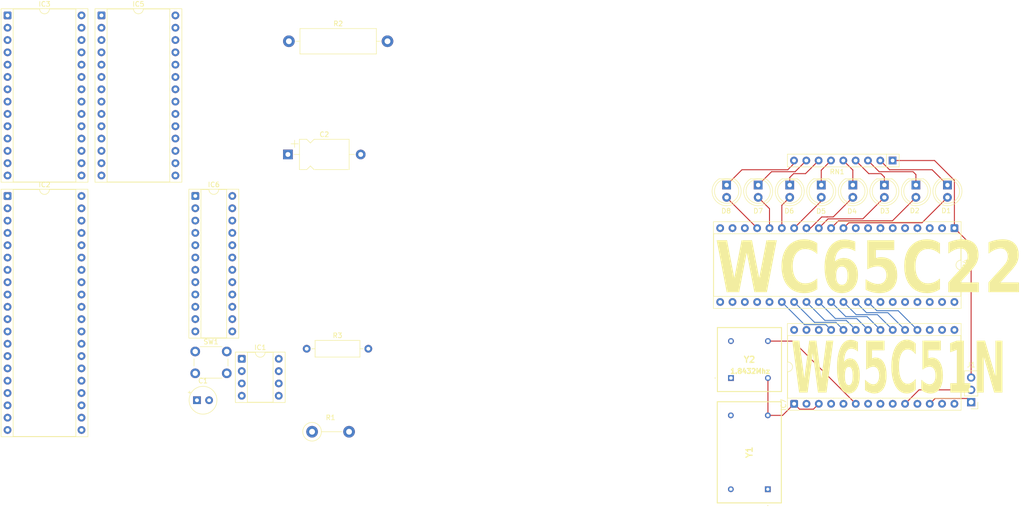
<source format=kicad_pcb>
(kicad_pcb (version 20241229) (generator "pcbnew") (generator_version "9.0")
  (layers (0 "F.Cu" signal) (2 "B.Cu" signal) (13 "F.Paste" user) (15 "B.Paste" user) (5 "F.SilkS" user "F.Silkscreen") (7 "B.SilkS" user "B.Silkscreen") (1 "F.Mask" user) (3 "B.Mask" user) (25 "Edge.Cuts" user))
  (net 0 "")
  (net 1 "GND")
  (net 2 "+9V")
  (net 3 "+5V")
  (net 4 "Net-(C2-Pad2)")
  (net 5 "Net-(D1-K)")
  (net 6 "/PB0")
  (net 7 "Net-(D2-K)")
  (net 8 "/PB1")
  (net 9 "/PB2")
  (net 10 "Net-(D3-K)")
  (net 11 "Net-(D4-K)")
  (net 12 "/PB3")
  (net 13 "/PB4")
  (net 14 "Net-(D5-K)")
  (net 15 "/PB5")
  (net 16 "Net-(D6-K)")
  (net 17 "/PB6")
  (net 18 "Net-(D7-K)")
  (net 19 "Net-(D8-K)")
  (net 20 "/PB7")
  (net 21 "Net-(IC1-PG)")
  (net 22 "/D2")
  (net 23 "/D5")
  (net 27 "/D1")
  (net 28 "/D0")
  (net 29 "/A15")
  (net 30 "/RW")
  (net 31 "/D4")
  (net 32 "/A13")
  (net 34 "/RST")
  (net 35 "/A12")
  (net 36 "/A8")
  (net 37 "/A3")
  (net 38 "/A6")
  (net 39 "/D6")
  (net 40 "/A1")
  (net 41 "/A11")
  (net 42 "/INTERRUPT")
  (net 44 "/A10")
  (net 45 "/D3")
  (net 46 "/A0")
  (net 47 "/CLK")
  (net 48 "/A4")
  (net 49 "/A5")
  (net 50 "/A9")
  (net 51 "/A7")
  (net 52 "/D7")
  (net 53 "/A14")
  (net 54 "/A2")
  (net 56 "/ROM_CS")
  (net 65 "/VIA_CS")
  (net 71 "/RAM_CS")
  (net 72 "/RAM_OE")
  (net 73 "/ACIA_CS")
  (net 78 "/UART_RxD")
  (net 79 "Net-(IC7-XTLI)")
  (net 81 "/UART_TxD")
  (footprint "Resistor_THT:R_Array_SIP9" (layer "F.Cu") (at 90.61034 42.06 180)
    (property "Reference" "RN1" (at 11.43 -2.31 0) (layer "F.SilkS"))
    (property "Value" "220, bussed")
    (pad "1" thru_hole rect (at 0 0 180) (size 1.6 1.6) (drill 0.8) (layers "*.Cu" "*.Mask") (net 1 "GND"))
    (pad "2" thru_hole circle (at 2.54 0 180) (size 1.6 1.6) (drill 0.8) (layers "*.Cu" "*.Mask") (net 5 "Net-(D1-K)"))
    (pad "3" thru_hole circle (at 5.08 0 180) (size 1.6 1.6) (drill 0.8) (layers "*.Cu" "*.Mask") (net 7 "Net-(D2-K)"))
    (pad "4" thru_hole circle (at 7.62 0 180) (size 1.6 1.6) (drill 0.8) (layers "*.Cu" "*.Mask") (net 10 "Net-(D3-K)"))
    (pad "5" thru_hole circle (at 10.16 0 180) (size 1.6 1.6) (drill 0.8) (layers "*.Cu" "*.Mask") (net 11 "Net-(D4-K)"))
    (pad "6" thru_hole circle (at 12.7 0 180) (size 1.6 1.6) (drill 0.8) (layers "*.Cu" "*.Mask") (net 14 "Net-(D5-K)"))
    (pad "7" thru_hole circle (at 15.24 0 180) (size 1.6 1.6) (drill 0.8) (layers "*.Cu" "*.Mask") (net 16 "Net-(D6-K)"))
    (pad "8" thru_hole circle (at 17.78 0 180) (size 1.6 1.6) (drill 0.8) (layers "*.Cu" "*.Mask") (net 18 "Net-(D7-K)"))
    (pad "9" thru_hole circle (at 20.32 0 180) (size 1.6 1.6) (drill 0.8) (layers "*.Cu" "*.Mask") (net 19 "Net-(D8-K)"))
  )
  (footprint "Resistor_THT:R_Axial_DIN0516_L15.5mm_D5.0mm_P20.32mm_Horizontal" (layer "F.Cu") (at -33.79 17.46)
    (property "Reference" "R2" (at 10.16 -3.62 0) (layer "F.SilkS"))
    (property "Value" "1")
    (pad "1" thru_hole circle (at 0 0) (size 2.4 2.4) (drill 1.2) (layers "*.Cu" "*.Mask") (net 4 "Net-(C2-Pad2)"))
    (pad "2" thru_hole oval (at 20.32 0) (size 2.4 2.4) (drill 1.2) (layers "*.Cu" "*.Mask") (net 1 "GND"))
  )
  (footprint "Connector_PinHeader_2.54mm:PinHeader_1x03_P2.54mm_Vertical" (layer "F.Cu") (at 106.79 91.9 180)
    (property "Reference" "J1" (at 0 7.7 0) (layer "F.SilkS"))
    (property "Value" "Conn_01x03_Pin")
    (pad "1" thru_hole rect (at 0 0 180) (size 1.7 1.7) (drill 1) (layers "*.Cu" "*.Mask") (net 78 "/UART_RxD"))
    (pad "2" thru_hole circle (at 0 2.54 180) (size 1.7 1.7) (drill 1) (layers "*.Cu" "*.Mask") (net 81 "/UART_TxD"))
    (pad "3" thru_hole circle (at 0 5.08 180) (size 1.7 1.7) (drill 1) (layers "*.Cu" "*.Mask") (net 1 "GND"))
  )
  (footprint "Capacitor_THT:CP_Axial_L10.0mm_D6.0mm_P15.00mm_Horizontal" (layer "F.Cu") (at -33.99 40.81)
    (property "Reference" "C2" (at 7.5 -4.12 0) (layer "F.SilkS"))
    (property "Value" "10uF")
    (pad "1" thru_hole rect (at 0 0) (size 2 2) (drill 1) (layers "*.Cu" "*.Mask") (net 3 "+5V"))
    (pad "2" thru_hole circle (at 15 0) (size 2 2) (drill 1) (layers "*.Cu" "*.Mask") (net 4 "Net-(C2-Pad2)"))
  )
  (footprint "LED_THT:LED_D5.0mm" (layer "F.Cu") (at 69.41034 47.12 -90)
    (property "Reference" "D6" (at 5.34 0.1 0) (layer "F.SilkS"))
    (property "Value" "RED")
    (pad "1" thru_hole rect (at 0 0 270) (size 1.8 1.8) (drill 0.9) (layers "*.Cu" "*.Mask") (net 16 "Net-(D6-K)"))
    (pad "2" thru_hole circle (at 2.54 0 270) (size 1.8 1.8) (drill 0.9) (layers "*.Cu" "*.Mask") (net 15 "/PB5"))
  )
  (footprint "LED_THT:LED_D5.0mm" (layer "F.Cu") (at 101.91034 47.12 -90)
    (property "Reference" "D1" (at 5.29 0.25 0) (layer "F.SilkS"))
    (property "Value" "RED")
    (pad "1" thru_hole rect (at 0 0 270) (size 1.8 1.8) (drill 0.9) (layers "*.Cu" "*.Mask") (net 5 "Net-(D1-K)"))
    (pad "2" thru_hole circle (at 2.54 0 270) (size 1.8 1.8) (drill 0.9) (layers "*.Cu" "*.Mask") (net 6 "/PB0"))
  )
  (footprint "Package_DIP:DIP-28_W15.24mm_Socket" (layer "F.Cu") (at 70.32 92.24 90)
    (property "Reference" "IC7" (at -0.21 -2.18 90) (layer "F.SilkS"))
    (property "Value" "~")
    (pad "1" thru_hole roundrect (at 0 0 90) (size 1.6 1.6) (drill 0.8) (layers "*.Cu" "*.Mask") (roundrect_rratio 0.15625) (net 1 "GND"))
    (pad "2" thru_hole circle (at 0 2.54 90) (size 1.6 1.6) (drill 0.8) (layers "*.Cu" "*.Mask") (net 73 "/ACIA_CS"))
    (pad "3" thru_hole circle (at 0 5.08 90) (size 1.6 1.6) (drill 0.8) (layers "*.Cu" "*.Mask") (net 1 "GND"))
    (pad "4" thru_hole circle (at 0 7.62 90) (size 1.6 1.6) (drill 0.8) (layers "*.Cu" "*.Mask") (net 34 "/RST"))
    (pad "5" thru_hole circle (at 0 10.16 90) (size 1.6 1.6) (drill 0.8) (layers "*.Cu" "*.Mask"))
    (pad "6" thru_hole circle (at 0 12.7 90) (size 1.6 1.6) (drill 0.8) (layers "*.Cu" "*.Mask") (net 79 "Net-(IC7-XTLI)"))
    (pad "7" thru_hole circle (at 0 15.24 90) (size 1.6 1.6) (drill 0.8) (layers "*.Cu" "*.Mask"))
    (pad "8" thru_hole circle (at 0 17.78 90) (size 1.6 1.6) (drill 0.8) (layers "*.Cu" "*.Mask"))
    (pad "9" thru_hole circle (at 0 20.32 90) (size 1.6 1.6) (drill 0.8) (layers "*.Cu" "*.Mask"))
    (pad "10" thru_hole circle (at 0 22.86 90) (size 1.6 1.6) (drill 0.8) (layers "*.Cu" "*.Mask") (net 81 "/UART_TxD"))
    (pad "11" thru_hole circle (at 0 25.4 90) (size 1.6 1.6) (drill 0.8) (layers "*.Cu" "*.Mask"))
    (pad "12" thru_hole circle (at 0 27.94 90) (size 1.6 1.6) (drill 0.8) (layers "*.Cu" "*.Mask") (net 78 "/UART_RxD"))
    (pad "13" thru_hole circle (at 0 30.48 90) (size 1.6 1.6) (drill 0.8) (layers "*.Cu" "*.Mask") (net 46 "/A0"))
    (pad "14" thru_hole circle (at 0 33.02 90) (size 1.6 1.6) (drill 0.8) (layers "*.Cu" "*.Mask") (net 40 "/A1"))
    (pad "15" thru_hole circle (at 15.24 33.02 90) (size 1.6 1.6) (drill 0.8) (layers "*.Cu" "*.Mask") (net 3 "+5V"))
    (pad "16" thru_hole circle (at 15.24 30.48 90) (size 1.6 1.6) (drill 0.8) (layers "*.Cu" "*.Mask"))
    (pad "17" thru_hole circle (at 15.24 27.94 90) (size 1.6 1.6) (drill 0.8) (layers "*.Cu" "*.Mask"))
    (pad "18" thru_hole circle (at 15.24 25.4 90) (size 1.6 1.6) (drill 0.8) (layers "*.Cu" "*.Mask") (net 28 "/D0"))
    (pad "19" thru_hole circle (at 15.24 22.86 90) (size 1.6 1.6) (drill 0.8) (layers "*.Cu" "*.Mask") (net 27 "/D1"))
    (pad "20" thru_hole circle (at 15.24 20.32 90) (size 1.6 1.6) (drill 0.8) (layers "*.Cu" "*.Mask") (net 22 "/D2"))
    (pad "21" thru_hole circle (at 15.24 17.78 90) (size 1.6 1.6) (drill 0.8) (layers "*.Cu" "*.Mask") (net 45 "/D3"))
    (pad "22" thru_hole circle (at 15.24 15.24 90) (size 1.6 1.6) (drill 0.8) (layers "*.Cu" "*.Mask") (net 31 "/D4"))
    (pad "23" thru_hole circle (at 15.24 12.7 90) (size 1.6 1.6) (drill 0.8) (layers "*.Cu" "*.Mask") (net 23 "/D5"))
    (pad "24" thru_hole circle (at 15.24 10.16 90) (size 1.6 1.6) (drill 0.8) (layers "*.Cu" "*.Mask") (net 39 "/D6"))
    (pad "25" thru_hole circle (at 15.24 7.62 90) (size 1.6 1.6) (drill 0.8) (layers "*.Cu" "*.Mask") (net 52 "/D7"))
    (pad "26" thru_hole circle (at 15.24 5.08 90) (size 1.6 1.6) (drill 0.8) (layers "*.Cu" "*.Mask"))
    (pad "27" thru_hole circle (at 15.24 2.54 90) (size 1.6 1.6) (drill 0.8) (layers "*.Cu" "*.Mask") (net 47 "/CLK"))
    (pad "28" thru_hole circle (at 15.24 0 90) (size 1.6 1.6) (drill 0.8) (layers "*.Cu" "*.Mask") (net 30 "/RW"))
  )
  (footprint "LED_THT:LED_D5.0mm" (layer "F.Cu") (at 62.91034 47.12 -90)
    (property "Reference" "D7" (at 5.34 0 0) (layer "F.SilkS"))
    (property "Value" "RED")
    (pad "1" thru_hole rect (at 0 0 270) (size 1.8 1.8) (drill 0.9) (layers "*.Cu" "*.Mask") (net 18 "Net-(D7-K)"))
    (pad "2" thru_hole circle (at 2.54 0 270) (size 1.8 1.8) (drill 0.9) (layers "*.Cu" "*.Mask") (net 17 "/PB6"))
  )
  (footprint "Package_DIP:DIP-24_W7.62mm_Socket" (layer "F.Cu") (at -53.07 49.37)
    (property "Reference" "IC6" (at 3.81 -2.33 0) (layer "F.SilkS"))
    (property "Value" "~")
    (pad "1" thru_hole roundrect (at 0 0) (size 1.6 1.6) (drill 0.8) (layers "*.Cu" "*.Mask") (roundrect_rratio 0.15625) (net 47 "/CLK"))
    (pad "2" thru_hole circle (at 0 2.54) (size 1.6 1.6) (drill 0.8) (layers "*.Cu" "*.Mask") (net 46 "/A0"))
    (pad "3" thru_hole circle (at 0 5.08) (size 1.6 1.6) (drill 0.8) (layers "*.Cu" "*.Mask") (net 40 "/A1"))
    (pad "4" thru_hole circle (at 0 7.62) (size 1.6 1.6) (drill 0.8) (layers "*.Cu" "*.Mask") (net 54 "/A2"))
    (pad "5" thru_hole circle (at 0 10.16) (size 1.6 1.6) (drill 0.8) (layers "*.Cu" "*.Mask") (net 37 "/A3"))
    (pad "6" thru_hole circle (at 0 12.7) (size 1.6 1.6) (drill 0.8) (layers "*.Cu" "*.Mask") (net 48 "/A4"))
    (pad "7" thru_hole circle (at 0 15.24) (size 1.6 1.6) (drill 0.8) (layers "*.Cu" "*.Mask") (net 49 "/A5"))
    (pad "8" thru_hole circle (at 0 17.78) (size 1.6 1.6) (drill 0.8) (layers "*.Cu" "*.Mask") (net 38 "/A6"))
    (pad "9" thru_hole circle (at 0 20.32) (size 1.6 1.6) (drill 0.8) (layers "*.Cu" "*.Mask") (net 51 "/A7"))
    (pad "10" thru_hole circle (at 0 22.86) (size 1.6 1.6) (drill 0.8) (layers "*.Cu" "*.Mask") (net 36 "/A8"))
    (pad "11" thru_hole circle (at 0 25.4) (size 1.6 1.6) (drill 0.8) (layers "*.Cu" "*.Mask") (net 50 "/A9"))
    (pad "12" thru_hole circle (at 0 27.94) (size 1.6 1.6) (drill 0.8) (layers "*.Cu" "*.Mask") (net 1 "GND"))
    (pad "13" thru_hole circle (at 7.62 27.94) (size 1.6 1.6) (drill 0.8) (layers "*.Cu" "*.Mask") (net 44 "/A10"))
    (pad "14" thru_hole circle (at 7.62 25.4) (size 1.6 1.6) (drill 0.8) (layers "*.Cu" "*.Mask") (net 41 "/A11"))
    (pad "15" thru_hole circle (at 7.62 22.86) (size 1.6 1.6) (drill 0.8) (layers "*.Cu" "*.Mask") (net 35 "/A12"))
    (pad "16" thru_hole circle (at 7.62 20.32) (size 1.6 1.6) (drill 0.8) (layers "*.Cu" "*.Mask") (net 32 "/A13"))
    (pad "17" thru_hole circle (at 7.62 17.78) (size 1.6 1.6) (drill 0.8) (layers "*.Cu" "*.Mask") (net 53 "/A14"))
    (pad "18" thru_hole circle (at 7.62 15.24) (size 1.6 1.6) (drill 0.8) (layers "*.Cu" "*.Mask") (net 29 "/A15"))
    (pad "19" thru_hole circle (at 7.62 12.7) (size 1.6 1.6) (drill 0.8) (layers "*.Cu" "*.Mask") (net 73 "/ACIA_CS"))
    (pad "20" thru_hole circle (at 7.62 10.16) (size 1.6 1.6) (drill 0.8) (layers "*.Cu" "*.Mask") (net 72 "/RAM_OE"))
    (pad "21" thru_hole circle (at 7.62 7.62) (size 1.6 1.6) (drill 0.8) (layers "*.Cu" "*.Mask") (net 71 "/RAM_CS"))
    (pad "22" thru_hole circle (at 7.62 5.08) (size 1.6 1.6) (drill 0.8) (layers "*.Cu" "*.Mask") (net 65 "/VIA_CS"))
    (pad "23" thru_hole circle (at 7.62 2.54) (size 1.6 1.6) (drill 0.8) (layers "*.Cu" "*.Mask") (net 56 "/ROM_CS"))
    (pad "24" thru_hole circle (at 7.62 0) (size 1.6 1.6) (drill 0.8) (layers "*.Cu" "*.Mask") (net 3 "+5V"))
  )
  (footprint "ECS-100A-010:ECS100A010" (layer "F.Cu") (at 64.895 109.865 90)
    (property "Reference" "Y1" (at 7.62 -3.81 90) (layer "F.SilkS") (effects (font (size 1.27 1.27) (thickness 0.254))))
    (property "Value" "~" (hide yes))
    (pad "1" thru_hole rect (at 0 0 90) (size 1.192 1.192) (drill 0.65) (layers "*.Cu" "*.Mask"))
    (pad "7" thru_hole circle (at 15.24 0 90) (size 1.192 1.192) (drill 0.65) (layers "*.Cu" "*.Mask") (net 1 "GND"))
    (pad "8" thru_hole circle (at 15.24 -7.62 90) (size 1.192 1.192) (drill 0.65) (layers "*.Cu" "*.Mask") (net 47 "/CLK"))
    (pad "14" thru_hole circle (at 0 -7.62 90) (size 1.192 1.192) (drill 0.65) (layers "*.Cu" "*.Mask") (net 3 "+5V"))
  )
  (footprint "ECS-2100AX:ECS2100AX18432MHZ" (layer "F.Cu") (at 57.3 86.92)
    (property "Reference" "Y2" (at 3.81 -3.81 0) (layer "F.SilkS") (effects (font (size 1.27 1.27) (thickness 0.254))))
    (property "Value" "~" (hide yes))
    (pad "1" thru_hole rect (at 0 0) (size 1.2 1.2) (drill 0.7) (layers "*.Cu" "*.Mask"))
    (pad "4" thru_hole circle (at 7.62 0) (size 1.2 1.2) (drill 0.7) (layers "*.Cu" "*.Mask") (net 1 "GND"))
    (pad "5" thru_hole circle (at 7.62 -7.62) (size 1.2 1.2) (drill 0.7) (layers "*.Cu" "*.Mask") (net 79 "Net-(IC7-XTLI)"))
    (pad "8" thru_hole circle (at 0 -7.62) (size 1.2 1.2) (drill 0.7) (layers "*.Cu" "*.Mask") (net 3 "+5V"))
  )
  (footprint "Package_DIP:DIP-28_W15.24mm_Socket" (layer "F.Cu") (at -91.76 12.13)
    (property "Reference" "IC3" (at 7.62 -2.33 0) (layer "F.SilkS"))
    (property "Value" "~")
    (pad "1" thru_hole roundrect (at 0 0) (size 1.6 1.6) (drill 0.8) (layers "*.Cu" "*.Mask") (roundrect_rratio 0.15625) (net 53 "/A14"))
    (pad "2" thru_hole circle (at 0 2.54) (size 1.6 1.6) (drill 0.8) (layers "*.Cu" "*.Mask") (net 35 "/A12"))
    (pad "3" thru_hole circle (at 0 5.08) (size 1.6 1.6) (drill 0.8) (layers "*.Cu" "*.Mask") (net 51 "/A7"))
    (pad "4" thru_hole circle (at 0 7.62) (size 1.6 1.6) (drill 0.8) (layers "*.Cu" "*.Mask") (net 38 "/A6"))
    (pad "5" thru_hole circle (at 0 10.16) (size 1.6 1.6) (drill 0.8) (layers "*.Cu" "*.Mask") (net 49 "/A5"))
    (pad "6" thru_hole circle (at 0 12.7) (size 1.6 1.6) (drill 0.8) (layers "*.Cu" "*.Mask") (net 48 "/A4"))
    (pad "7" thru_hole circle (at 0 15.24) (size 1.6 1.6) (drill 0.8) (layers "*.Cu" "*.Mask") (net 37 "/A3"))
    (pad "8" thru_hole circle (at 0 17.78) (size 1.6 1.6) (drill 0.8) (layers "*.Cu" "*.Mask") (net 54 "/A2"))
    (pad "9" thru_hole circle (at 0 20.32) (size 1.6 1.6) (drill 0.8) (layers "*.Cu" "*.Mask") (net 40 "/A1"))
    (pad "10" thru_hole circle (at 0 22.86) (size 1.6 1.6) (drill 0.8) (layers "*.Cu" "*.Mask") (net 46 "/A0"))
    (pad "11" thru_hole circle (at 0 25.4) (size 1.6 1.6) (drill 0.8) (layers "*.Cu" "*.Mask") (net 28 "/D0"))
    (pad "12" thru_hole circle (at 0 27.94) (size 1.6 1.6) (drill 0.8) (layers "*.Cu" "*.Mask") (net 27 "/D1"))
    (pad "13" thru_hole circle (at 0 30.48) (size 1.6 1.6) (drill 0.8) (layers "*.Cu" "*.Mask") (net 22 "/D2"))
    (pad "14" thru_hole circle (at 0 33.02) (size 1.6 1.6) (drill 0.8) (layers "*.Cu" "*.Mask") (net 1 "GND"))
    (pad "15" thru_hole circle (at 15.24 33.02) (size 1.6 1.6) (drill 0.8) (layers "*.Cu" "*.Mask") (net 45 "/D3"))
    (pad "16" thru_hole circle (at 15.24 30.48) (size 1.6 1.6) (drill 0.8) (layers "*.Cu" "*.Mask") (net 31 "/D4"))
    (pad "17" thru_hole circle (at 15.24 27.94) (size 1.6 1.6) (drill 0.8) (layers "*.Cu" "*.Mask") (net 23 "/D5"))
    (pad "18" thru_hole circle (at 15.24 25.4) (size 1.6 1.6) (drill 0.8) (layers "*.Cu" "*.Mask") (net 39 "/D6"))
    (pad "19" thru_hole circle (at 15.24 22.86) (size 1.6 1.6) (drill 0.8) (layers "*.Cu" "*.Mask") (net 52 "/D7"))
    (pad "20" thru_hole circle (at 15.24 20.32) (size 1.6 1.6) (drill 0.8) (layers "*.Cu" "*.Mask") (net 56 "/ROM_CS"))
    (pad "21" thru_hole circle (at 15.24 17.78) (size 1.6 1.6) (drill 0.8) (layers "*.Cu" "*.Mask") (net 44 "/A10"))
    (pad "22" thru_hole circle (at 15.24 15.24) (size 1.6 1.6) (drill 0.8) (layers "*.Cu" "*.Mask") (net 1 "GND"))
    (pad "23" thru_hole circle (at 15.24 12.7) (size 1.6 1.6) (drill 0.8) (layers "*.Cu" "*.Mask") (net 41 "/A11"))
    (pad "24" thru_hole circle (at 15.24 10.16) (size 1.6 1.6) (drill 0.8) (layers "*.Cu" "*.Mask") (net 50 "/A9"))
    (pad "25" thru_hole circle (at 15.24 7.62) (size 1.6 1.6) (drill 0.8) (layers "*.Cu" "*.Mask") (net 36 "/A8"))
    (pad "26" thru_hole circle (at 15.24 5.08) (size 1.6 1.6) (drill 0.8) (layers "*.Cu" "*.Mask") (net 32 "/A13"))
    (pad "27" thru_hole circle (at 15.24 2.54) (size 1.6 1.6) (drill 0.8) (layers "*.Cu" "*.Mask") (net 3 "+5V"))
    (pad "28" thru_hole circle (at 15.24 0) (size 1.6 1.6) (drill 0.8) (layers "*.Cu" "*.Mask") (net 3 "+5V"))
  )
  (footprint "Resistor_THT:R_Axial_DIN0411_L9.9mm_D3.6mm_P7.62mm_Vertical" (layer "F.Cu") (at -29.01 98)
    (property "Reference" "R1" (at 3.81 -2.92 0) (layer "F.SilkS"))
    (property "Value" "250k")
    (pad "1" thru_hole circle (at 0 0) (size 2.4 2.4) (drill 1.2) (layers "*.Cu" "*.Mask") (net 21 "Net-(IC1-PG)"))
    (pad "2" thru_hole oval (at 7.62 0) (size 2.4 2.4) (drill 1.2) (layers "*.Cu" "*.Mask") (net 3 "+5V"))
  )
  (footprint "LED_THT:LED_D5.0mm" (layer "F.Cu") (at 75.91034 47.12 -90)
    (property "Reference" "D5" (at 5.4 0.04 0) (layer "F.SilkS"))
    (property "Value" "RED")
    (pad "1" thru_hole rect (at 0 0 270) (size 1.8 1.8) (drill 0.9) (layers "*.Cu" "*.Mask") (net 14 "Net-(D5-K)"))
    (pad "2" thru_hole circle (at 2.54 0 270) (size 1.8 1.8) (drill 0.9) (layers "*.Cu" "*.Mask") (net 13 "/PB4"))
  )
  (footprint "LED_THT:LED_D5.0mm" (layer "F.Cu") (at 82.41034 47.12 -90)
    (property "Reference" "D4" (at 5.4 0.14 0) (layer "F.SilkS"))
    (property "Value" "RED")
    (pad "1" thru_hole rect (at 0 0 270) (size 1.8 1.8) (drill 0.9) (layers "*.Cu" "*.Mask") (net 11 "Net-(D4-K)"))
    (pad "2" thru_hole circle (at 2.54 0 270) (size 1.8 1.8) (drill 0.9) (layers "*.Cu" "*.Mask") (net 12 "/PB3"))
  )
  (footprint "Button_Switch_THT:SW_PUSH_6mm" (layer "F.Cu") (at -53.09 81.45)
    (property "Reference" "SW1" (at 3.25 -2 0) (layer "F.SilkS"))
    (property "Value" "SW_Push")
    (pad "1" thru_hole circle (at 0 0 90) (size 2 2) (drill 1.1) (layers "*.Cu" "*.Mask") (net 34 "/RST"))
    (pad "1" thru_hole circle (at 6.5 0 90) (size 2 2) (drill 1.1) (layers "*.Cu" "*.Mask") (net 34 "/RST"))
    (pad "2" thru_hole circle (at 0 4.5 90) (size 2 2) (drill 1.1) (layers "*.Cu" "*.Mask") (net 1 "GND"))
    (pad "2" thru_hole circle (at 6.5 4.5 90) (size 2 2) (drill 1.1) (layers "*.Cu" "*.Mask") (net 1 "GND"))
  )
  (footprint "Package_DIP:DIP-40_W15.24mm_Socket" (layer "F.Cu") (at 103.34 56 -90)
    (property "Reference" "IC4" (at 7.62 -2.33 90) (layer "F.SilkS"))
    (property "Value" "~")
    (pad "1" thru_hole roundrect (at 0 0 270) (size 1.6 1.6) (drill 0.8) (layers "*.Cu" "*.Mask") (roundrect_rratio 0.15625) (net 1 "GND"))
    (pad "2" thru_hole circle (at 0 2.54 270) (size 1.6 1.6) (drill 0.8) (layers "*.Cu" "*.Mask"))
    (pad "3" thru_hole circle (at 0 5.08 270) (size 1.6 1.6) (drill 0.8) (layers "*.Cu" "*.Mask"))
    (pad "4" thru_hole circle (at 0 7.62 270) (size 1.6 1.6) (drill 0.8) (layers "*.Cu" "*.Mask"))
    (pad "5" thru_hole circle (at 0 10.16 270) (size 1.6 1.6) (drill 0.8) (layers "*.Cu" "*.Mask"))
    (pad "6" thru_hole circle (at 0 12.7 270) (size 1.6 1.6) (drill 0.8) (layers "*.Cu" "*.Mask"))
    (pad "7" thru_hole circle (at 0 15.24 270) (size 1.6 1.6) (drill 0.8) (layers "*.Cu" "*.Mask"))
    (pad "8" thru_hole circle (at 0 17.78 270) (size 1.6 1.6) (drill 0.8) (layers "*.Cu" "*.Mask"))
    (pad "9" thru_hole circle (at 0 20.32 270) (size 1.6 1.6) (drill 0.8) (layers "*.Cu" "*.Mask"))
    (pad "10" thru_hole circle (at 0 22.86 270) (size 1.6 1.6) (drill 0.8) (layers "*.Cu" "*.Mask") (net 6 "/PB0"))
    (pad "11" thru_hole circle (at 0 25.4 270) (size 1.6 1.6) (drill 0.8) (layers "*.Cu" "*.Mask") (net 8 "/PB1"))
    (pad "12" thru_hole circle (at 0 27.94 270) (size 1.6 1.6) (drill 0.8) (layers "*.Cu" "*.Mask") (net 9 "/PB2"))
    (pad "13" thru_hole circle (at 0 30.48 270) (size 1.6 1.6) (drill 0.8) (layers "*.Cu" "*.Mask") (net 12 "/PB3"))
    (pad "14" thru_hole circle (at 0 33.02 270) (size 1.6 1.6) (drill 0.8) (layers "*.Cu" "*.Mask") (net 13 "/PB4"))
    (pad "15" thru_hole circle (at 0 35.56 270) (size 1.6 1.6) (drill 0.8) (layers "*.Cu" "*.Mask") (net 15 "/PB5"))
    (pad "16" thru_hole circle (at 0 38.1 270) (size 1.6 1.6) (drill 0.8) (layers "*.Cu" "*.Mask") (net 17 "/PB6"))
    (pad "17" thru_hole circle (at 0 40.64 270) (size 1.6 1.6) (drill 0.8) (layers "*.Cu" "*.Mask") (net 20 "/PB7"))
    (pad "18" thru_hole circle (at 0 43.18 270) (size 1.6 1.6) (drill 0.8) (layers "*.Cu" "*.Mask"))
    (pad "19" thru_hole circle (at 0 45.72 270) (size 1.6 1.6) (drill 0.8) (layers "*.Cu" "*.Mask"))
    (pad "20" thru_hole circle (at 0 48.26 270) (size 1.6 1.6) (drill 0.8) (layers "*.Cu" "*.Mask") (net 3 "+5V"))
    (pad "21" thru_hole circle (at 15.24 48.26 270) (size 1.6 1.6) (drill 0.8) (layers "*.Cu" "*.Mask"))
    (pad "22" thru_hole circle (at 15.24 45.72 270) (size 1.6 1.6) (drill 0.8) (layers "*.Cu" "*.Mask") (net 30 "/RW"))
    (pad "23" thru_hole circle (at 15.24 43.18 270) (size 1.6 1.6) (drill 0.8) (layers "*.Cu" "*.Mask") (net 65 "/VIA_CS"))
    (pad "24" thru_hole circle (at 15.24 40.64 270) (size 1.6 1.6) (drill 0.8) (layers "*.Cu" "*.Mask") (net 32 "/A13"))
    (pad "25" thru_hole circle (at 15.24 38.1 270) (size 1.6 1.6) (drill 0.8) (layers "*.Cu" "*.Mask") (net 47 "/CLK"))
    (pad "26" thru_hole circle (at 15.24 35.56 270) (size 1.6 1.6) (drill 0.8) (layers "*.Cu" "*.Mask") (net 52 "/D7"))
    (pad "27" thru_hole circle (at 15.24 33.02 270) (size 1.6 1.6) (drill 0.8) (layers "*.Cu" "*.Mask") (net 39 "/D6"))
    (pad "28" thru_hole circle (at 15.24 30.48 270) (size 1.6 1.6) (drill 0.8) (layers "*.Cu" "*.Mask") (net 23 "/D5"))
    (pad "29" thru_hole circle (at 15.24 27.94 270) (size 1.6 1.6) (drill 0.8) (layers "*.Cu" "*.Mask") (net 31 "/D4"))
    (pad "30" thru_hole circle (at 15.24 25.4 270) (size 1.6 1.6) (drill 0.8) (layers "*.Cu" "*.Mask") (net 45 "/D3"))
    (pad "31" thru_hole circle (at 15.24 22.86 270) (size 1.6 1.6) (drill 0.8) (layers "*.Cu" "*.Mask") (net 22 "/D2"))
    (pad "32" thru_hole circle (at 15.24 20.32 270) (size 1.6 1.6) (drill 0.8) (layers "*.Cu" "*.Mask") (net 27 "/D1"))
    (pad "33" thru_hole circle (at 15.24 17.78 270) (size 1.6 1.6) (drill 0.8) (layers "*.Cu" "*.Mask") (net 28 "/D0"))
    (pad "34" thru_hole circle (at 15.24 15.24 270) (size 1.6 1.6) (drill 0.8) (layers "*.Cu" "*.Mask") (net 34 "/RST"))
    (pad "35" thru_hole circle (at 15.24 12.7 270) (size 1.6 1.6) (drill 0.8) (layers "*.Cu" "*.Mask") (net 37 "/A3"))
    (pad "36" thru_hole circle (at 15.24 10.16 270) (size 1.6 1.6) (drill 0.8) (layers "*.Cu" "*.Mask") (net 54 "/A2"))
    (pad "37" thru_hole circle (at 15.24 7.62 270) (size 1.6 1.6) (drill 0.8) (layers "*.Cu" "*.Mask") (net 40 "/A1"))
    (pad "38" thru_hole circle (at 15.24 5.08 270) (size 1.6 1.6) (drill 0.8) (layers "*.Cu" "*.Mask") (net 46 "/A0"))
    (pad "39" thru_hole circle (at 15.24 2.54 270) (size 1.6 1.6) (drill 0.8) (layers "*.Cu" "*.Mask"))
    (pad "40" thru_hole circle (at 15.24 0 270) (size 1.6 1.6) (drill 0.8) (layers "*.Cu" "*.Mask"))
  )
  (footprint "Package_DIP:DIP-8_W7.62mm_Socket" (layer "F.Cu") (at -43.5 82.96)
    (property "Reference" "IC1" (at 3.81 -2.33 0) (layer "F.SilkS"))
    (property "Value" "~")
    (pad "1" thru_hole roundrect (at 0 0) (size 1.6 1.6) (drill 0.8) (layers "*.Cu" "*.Mask") (roundrect_rratio 0.15625) (net 3 "+5V"))
    (pad "2" thru_hole circle (at 0 2.54) (size 1.6 1.6) (drill 0.8) (layers "*.Cu" "*.Mask") (net 21 "Net-(IC1-PG)"))
    (pad "3" thru_hole circle (at 0 5.08) (size 1.6 1.6) (drill 0.8) (layers "*.Cu" "*.Mask") (net 1 "GND"))
    (pad "4" thru_hole circle (at 0 7.62) (size 1.6 1.6) (drill 0.8) (layers "*.Cu" "*.Mask") (net 1 "GND"))
    (pad "5" thru_hole circle (at 7.62 7.62) (size 1.6 1.6) (drill 0.8) (layers "*.Cu" "*.Mask") (net 2 "+9V"))
    (pad "6" thru_hole circle (at 7.62 5.08) (size 1.6 1.6) (drill 0.8) (layers "*.Cu" "*.Mask") (net 2 "+9V"))
    (pad "7" thru_hole circle (at 7.62 2.54) (size 1.6 1.6) (drill 0.8) (layers "*.Cu" "*.Mask") (net 3 "+5V"))
    (pad "8" thru_hole circle (at 7.62 0) (size 1.6 1.6) (drill 0.8) (layers "*.Cu" "*.Mask") (net 3 "+5V"))
  )
  (footprint "Resistor_THT:R_Axial_DIN0309_L9.0mm_D3.2mm_P12.70mm_Horizontal" (layer "F.Cu") (at -30.12 80.88)
    (property "Reference" "R3" (at 6.35 -2.72 0) (layer "F.SilkS"))
    (property "Value" "1k")
    (pad "1" thru_hole circle (at 0 0) (size 1.6 1.6) (drill 0.8) (layers "*.Cu" "*.Mask") (net 34 "/RST"))
    (pad "2" thru_hole oval (at 12.7 0) (size 1.6 1.6) (drill 0.8) (layers "*.Cu" "*.Mask") (net 3 "+5V"))
  )
  (footprint "Capacitor_THT:CP_Radial_Tantal_D5.5mm_P2.50mm" (layer "F.Cu") (at -52.732738 91.5)
    (property "Reference" "C1" (at 1.25 -4 0) (layer "F.SilkS"))
    (property "Value" "0.1uF")
    (pad "1" thru_hole rect (at 0 0) (size 1.6 1.6) (drill 0.8) (layers "*.Cu" "*.Mask") (net 2 "+9V"))
    (pad "2" thru_hole circle (at 2.5 0) (size 1.6 1.6) (drill 0.8) (layers "*.Cu" "*.Mask") (net 1 "GND"))
  )
  (footprint "LED_THT:LED_D5.0mm" (layer "F.Cu") (at 88.91034 47.12 -90)
    (property "Reference" "D3" (at 5.34 -0.1 0) (layer "F.SilkS"))
    (property "Value" "RED")
    (pad "1" thru_hole rect (at 0 0 270) (size 1.8 1.8) (drill 0.9) (layers "*.Cu" "*.Mask") (net 10 "Net-(D3-K)"))
    (pad "2" thru_hole circle (at 2.54 0 270) (size 1.8 1.8) (drill 0.9) (layers "*.Cu" "*.Mask") (net 9 "/PB2"))
  )
  (footprint "Package_DIP:DIP-28_W15.24mm_Socket" (layer "F.Cu") (at -72.41 12.13)
    (property "Reference" "IC5" (at 7.62 -2.33 0) (layer "F.SilkS"))
    (property "Value" "~")
    (pad "1" thru_hole roundrect (at 0 0) (size 1.6 1.6) (drill 0.8) (layers "*.Cu" "*.Mask") (roundrect_rratio 0.15625) (net 53 "/A14"))
    (pad "2" thru_hole circle (at 0 2.54) (size 1.6 1.6) (drill 0.8) (layers "*.Cu" "*.Mask") (net 35 "/A12"))
    (pad "3" thru_hole circle (at 0 5.08) (size 1.6 1.6) (drill 0.8) (layers "*.Cu" "*.Mask") (net 51 "/A7"))
    (pad "4" thru_hole circle (at 0 7.62) (size 1.6 1.6) (drill 0.8) (layers "*.Cu" "*.Mask") (net 38 "/A6"))
    (pad "5" thru_hole circle (at 0 10.16) (size 1.6 1.6) (drill 0.8) (layers "*.Cu" "*.Mask") (net 49 "/A5"))
    (pad "6" thru_hole circle (at 0 12.7) (size 1.6 1.6) (drill 0.8) (layers "*.Cu" "*.Mask") (net 48 "/A4"))
    (pad "7" thru_hole circle (at 0 15.24) (size 1.6 1.6) (drill 0.8) (layers "*.Cu" "*.Mask") (net 37 "/A3"))
    (pad "8" thru_hole circle (at 0 17.78) (size 1.6 1.6) (drill 0.8) (layers "*.Cu" "*.Mask") (net 54 "/A2"))
    (pad "9" thru_hole circle (at 0 20.32) (size 1.6 1.6) (drill 0.8) (layers "*.Cu" "*.Mask") (net 40 "/A1"))
    (pad "10" thru_hole circle (at 0 22.86) (size 1.6 1.6) (drill 0.8) (layers "*.Cu" "*.Mask") (net 46 "/A0"))
    (pad "11" thru_hole circle (at 0 25.4) (size 1.6 1.6) (drill 0.8) (layers "*.Cu" "*.Mask") (net 28 "/D0"))
    (pad "12" thru_hole circle (at 0 27.94) (size 1.6 1.6) (drill 0.8) (layers "*.Cu" "*.Mask") (net 27 "/D1"))
    (pad "13" thru_hole circle (at 0 30.48) (size 1.6 1.6) (drill 0.8) (layers "*.Cu" "*.Mask") (net 22 "/D2"))
    (pad "14" thru_hole circle (at 0 33.02) (size 1.6 1.6) (drill 0.8) (layers "*.Cu" "*.Mask") (net 1 "GND"))
    (pad "15" thru_hole circle (at 15.24 33.02) (size 1.6 1.6) (drill 0.8) (layers "*.Cu" "*.Mask") (net 45 "/D3"))
    (pad "16" thru_hole circle (at 15.24 30.48) (size 1.6 1.6) (drill 0.8) (layers "*.Cu" "*.Mask") (net 31 "/D4"))
    (pad "17" thru_hole circle (at 15.24 27.94) (size 1.6 1.6) (drill 0.8) (layers "*.Cu" "*.Mask") (net 23 "/D5"))
    (pad "18" thru_hole circle (at 15.24 25.4) (size 1.6 1.6) (drill 0.8) (layers "*.Cu" "*.Mask") (net 39 "/D6"))
    (pad "19" thru_hole circle (at 15.24 22.86) (size 1.6 1.6) (drill 0.8) (layers "*.Cu" "*.Mask") (net 52 "/D7"))
    (pad "20" thru_hole circle (at 15.24 20.32) (size 1.6 1.6) (drill 0.8) (layers "*.Cu" "*.Mask") (net 71 "/RAM_CS"))
    (pad "21" thru_hole circle (at 15.24 17.78) (size 1.6 1.6) (drill 0.8) (layers "*.Cu" "*.Mask") (net 44 "/A10"))
    (pad "22" thru_hole circle (at 15.24 15.24) (size 1.6 1.6) (drill 0.8) (layers "*.Cu" "*.Mask") (net 72 "/RAM_OE"))
    (pad "23" thru_hole circle (at 15.24 12.7) (size 1.6 1.6) (drill 0.8) (layers "*.Cu" "*.Mask") (net 41 "/A11"))
    (pad "24" thru_hole circle (at 15.24 10.16) (size 1.6 1.6) (drill 0.8) (layers "*.Cu" "*.Mask") (net 50 "/A9"))
    (pad "25" thru_hole circle (at 15.24 7.62) (size 1.6 1.6) (drill 0.8) (layers "*.Cu" "*.Mask") (net 36 "/A8"))
    (pad "26" thru_hole circle (at 15.24 5.08) (size 1.6 1.6) (drill 0.8) (layers "*.Cu" "*.Mask") (net 32 "/A13"))
    (pad "27" thru_hole circle (at 15.24 2.54) (size 1.6 1.6) (drill 0.8) (layers "*.Cu" "*.Mask") (net 30 "/RW"))
    (pad "28" thru_hole circle (at 15.24 0) (size 1.6 1.6) (drill 0.8) (layers "*.Cu" "*.Mask") (net 3 "+5V"))
  )
  (footprint "Package_DIP:DIP-40_W15.24mm_Socket" (layer "F.Cu") (at -91.76 49.38)
    (property "Reference" "IC2" (at 7.62 -2.33 0) (layer "F.SilkS"))
    (property "Value" "~")
    (pad "1" thru_hole roundrect (at 0 0) (size 1.6 1.6) (drill 0.8) (layers "*.Cu" "*.Mask") (roundrect_rratio 0.15625))
    (pad "2" thru_hole circle (at 0 2.54) (size 1.6 1.6) (drill 0.8) (layers "*.Cu" "*.Mask") (net 3 "+5V"))
    (pad "3" thru_hole circle (at 0 5.08) (size 1.6 1.6) (drill 0.8) (layers "*.Cu" "*.Mask"))
    (pad "4" thru_hole circle (at 0 7.62) (size 1.6 1.6) (drill 0.8) (layers "*.Cu" "*.Mask") (net 42 "/INTERRUPT"))
    (pad "5" thru_hole circle (at 0 10.16) (size 1.6 1.6) (drill 0.8) (layers "*.Cu" "*.Mask"))
    (pad "6" thru_hole circle (at 0 12.7) (size 1.6 1.6) (drill 0.8) (layers "*.Cu" "*.Mask") (net 3 "+5V"))
    (pad "7" thru_hole circle (at 0 15.24) (size 1.6 1.6) (drill 0.8) (layers "*.Cu" "*.Mask"))
    (pad "8" thru_hole circle (at 0 17.78) (size 1.6 1.6) (drill 0.8) (layers "*.Cu" "*.Mask") (net 3 "+5V"))
    (pad "9" thru_hole circle (at 0 20.32) (size 1.6 1.6) (drill 0.8) (layers "*.Cu" "*.Mask") (net 46 "/A0"))
    (pad "10" thru_hole circle (at 0 22.86) (size 1.6 1.6) (drill 0.8) (layers "*.Cu" "*.Mask") (net 40 "/A1"))
    (pad "11" thru_hole circle (at 0 25.4) (size 1.6 1.6) (drill 0.8) (layers "*.Cu" "*.Mask") (net 54 "/A2"))
    (pad "12" thru_hole circle (at 0 27.94) (size 1.6 1.6) (drill 0.8) (layers "*.Cu" "*.Mask") (net 37 "/A3"))
    (pad "13" thru_hole circle (at 0 30.48) (size 1.6 1.6) (drill 0.8) (layers "*.Cu" "*.Mask") (net 48 "/A4"))
    (pad "14" thru_hole circle (at 0 33.02) (size 1.6 1.6) (drill 0.8) (layers "*.Cu" "*.Mask") (net 49 "/A5"))
    (pad "15" thru_hole circle (at 0 35.56) (size 1.6 1.6) (drill 0.8) (layers "*.Cu" "*.Mask") (net 38 "/A6"))
    (pad "16" thru_hole circle (at 0 38.1) (size 1.6 1.6) (drill 0.8) (layers "*.Cu" "*.Mask") (net 51 "/A7"))
    (pad "17" thru_hole circle (at 0 40.64) (size 1.6 1.6) (drill 0.8) (layers "*.Cu" "*.Mask") (net 36 "/A8"))
    (pad "18" thru_hole circle (at 0 43.18) (size 1.6 1.6) (drill 0.8) (layers "*.Cu" "*.Mask") (net 50 "/A9"))
    (pad "19" thru_hole circle (at 0 45.72) (size 1.6 1.6) (drill 0.8) (layers "*.Cu" "*.Mask") (net 44 "/A10"))
    (pad "20" thru_hole circle (at 0 48.26) (size 1.6 1.6) (drill 0.8) (layers "*.Cu" "*.Mask") (net 41 "/A11"))
    (pad "21" thru_hole circle (at 15.24 48.26) (size 1.6 1.6) (drill 0.8) (layers "*.Cu" "*.Mask") (net 1 "GND"))
    (pad "22" thru_hole circle (at 15.24 45.72) (size 1.6 1.6) (drill 0.8) (layers "*.Cu" "*.Mask") (net 35 "/A12"))
    (pad "23" thru_hole circle (at 15.24 43.18) (size 1.6 1.6) (drill 0.8) (layers "*.Cu" "*.Mask") (net 32 "/A13"))
    (pad "24" thru_hole circle (at 15.24 40.64) (size 1.6 1.6) (drill 0.8) (layers "*.Cu" "*.Mask") (net 53 "/A14"))
    (pad "25" thru_hole circle (at 15.24 38.1) (size 1.6 1.6) (drill 0.8) (layers "*.Cu" "*.Mask") (net 29 "/A15"))
    (pad "26" thru_hole circle (at 15.24 35.56) (size 1.6 1.6) (drill 0.8) (layers "*.Cu" "*.Mask") (net 52 "/D7"))
    (pad "27" thru_hole circle (at 15.24 33.02) (size 1.6 1.6) (drill 0.8) (layers "*.Cu" "*.Mask") (net 39 "/D6"))
    (pad "28" thru_hole circle (at 15.24 30.48) (size 1.6 1.6) (drill 0.8) (layers "*.Cu" "*.Mask") (net 23 "/D5"))
    (pad "29" thru_hole circle (at 15.24 27.94) (size 1.6 1.6) (drill 0.8) (layers "*.Cu" "*.Mask") (net 31 "/D4"))
    (pad "30" thru_hole circle (at 15.24 25.4) (size 1.6 1.6) (drill 0.8) (layers "*.Cu" "*.Mask") (net 45 "/D3"))
    (pad "31" thru_hole circle (at 15.24 22.86) (size 1.6 1.6) (drill 0.8) (layers "*.Cu" "*.Mask") (net 22 "/D2"))
    (pad "32" thru_hole circle (at 15.24 20.32) (size 1.6 1.6) (drill 0.8) (layers "*.Cu" "*.Mask") (net 27 "/D1"))
    (pad "33" thru_hole circle (at 15.24 17.78) (size 1.6 1.6) (drill 0.8) (layers "*.Cu" "*.Mask") (net 28 "/D0"))
    (pad "34" thru_hole circle (at 15.24 15.24) (size 1.6 1.6) (drill 0.8) (layers "*.Cu" "*.Mask") (net 30 "/RW"))
    (pad "35" thru_hole circle (at 15.24 12.7) (size 1.6 1.6) (drill 0.8) (layers "*.Cu" "*.Mask"))
    (pad "36" thru_hole circle (at 15.24 10.16) (size 1.6 1.6) (drill 0.8) (layers "*.Cu" "*.Mask") (net 3 "+5V"))
    (pad "37" thru_hole circle (at 15.24 7.62) (size 1.6 1.6) (drill 0.8) (layers "*.Cu" "*.Mask") (net 47 "/CLK"))
    (pad "38" thru_hole circle (at 15.24 5.08) (size 1.6 1.6) (drill 0.8) (layers "*.Cu" "*.Mask") (net 3 "+5V"))
    (pad "39" thru_hole circle (at 15.24 2.54) (size 1.6 1.6) (drill 0.8) (layers "*.Cu" "*.Mask"))
    (pad "40" thru_hole circle (at 15.24 0) (size 1.6 1.6) (drill 0.8) (layers "*.Cu" "*.Mask") (net 34 "/RST"))
  )
  (footprint "LED_THT:LED_D5.0mm" (layer "F.Cu") (at 95.41034 47.12 -90)
    (property "Reference" "D2" (at 5.29 0.25 0) (layer "F.SilkS"))
    (property "Value" "RED")
    (pad "1" thru_hole rect (at 0 0 270) (size 1.8 1.8) (drill 0.9) (layers "*.Cu" "*.Mask") (net 7 "Net-(D2-K)"))
    (pad "2" thru_hole circle (at 2.54 0 270) (size 1.8 1.8) (drill 0.9) (layers "*.Cu" "*.Mask") (net 8 "/PB1"))
  )
  (footprint "LED_THT:LED_D5.0mm" (layer "F.Cu") (at 56.41034 47.12 -90)
    (property "Reference" "D8" (at 5.34 0.1 0) (layer "F.SilkS"))
    (property "Value" "RED")
    (pad "1" thru_hole rect (at 0 0 270) (size 1.8 1.8) (drill 0.9) (layers "*.Cu" "*.Mask") (net 19 "Net-(D8-K)"))
    (pad "2" thru_hole circle (at 2.54 0 270) (size 1.8 1.8) (drill 0.9) (layers "*.Cu" "*.Mask") (net 20 "/PB7"))
  )
  (gr_text "W65C51N" (at 69.69 91.7 0) (layer "F.SilkS") (effects (font (size 10.5 5.8) (thickness 0.3) (bold yes)) (justify left bottom)))
  (gr_text "WC65C22" (at 54 71 0) (layer "F.SilkS") (effects (font (size 10.5 8.5) (thickness 0.3) (bold yes)) (justify left bottom)))
  (gr_text "1.8432Mhz" (at 57.04 86.1 0) (layer "F.SilkS") (effects (font (size 1 1) (thickness 0.25) (bold yes)) (justify left bottom)))
  (segment (start 71.421 93.341) (end 74.299 93.341) (width 0.2) (layer "F.Cu") (net 1))
  (segment (start 106.79 86.82) (end 106.79 59.45) (width 0.2) (layer "F.Cu") (net 1))
  (segment (start 70.32 92.24) (end 71.421 93.341) (width 0.2) (layer "F.Cu") (net 1))
  (segment (start 99.25234 42.06) (end 103.34 46.14766) (width 0.2) (layer "F.Cu") (net 1))
  (segment (start 103.34 46.14766) (end 103.34 56) (width 0.2) (layer "F.Cu") (net 1))
  (segment (start 64.92 94.6) (end 64.895 94.625) (width 0.2) (layer "F.Cu") (net 1))
  (segment (start 67.935 94.625) (end 70.32 92.24) (width 0.2) (layer "F.Cu") (net 1))
  (segment (start 64.92 86.92) (end 64.92 94.6) (width 0.2) (layer "F.Cu") (net 1))
  (segment (start 90.61034 42.06) (end 99.25234 42.06) (width 0.2) (layer "F.Cu") (net 1))
  (segment (start 74.299 93.341) (end 75.4 92.24) (width 0.2) (layer "F.Cu") (net 1))
  (segment (start 106.79 59.45) (end 103.34 56) (width 0.2) (layer "F.Cu") (net 1))
  (segment (start 64.895 94.625) (end 67.935 94.625) (width 0.2) (layer "F.Cu") (net 1))
  (segment (start 98.75034 43.96) (end 101.91034 47.12) (width 0.2) (layer "F.Cu") (net 5))
  (segment (start 89.97034 43.96) (end 98.75034 43.96) (width 0.2) (layer "F.Cu") (net 5))
  (segment (start 88.07034 42.06) (end 89.97034 43.96) (width 0.2) (layer "F.Cu") (net 5))
  (segment (start 81.581 54.899) (end 96.67134 54.899) (width 0.2) (layer "F.Cu") (net 6))
  (segment (start 80.48 56) (end 81.581 54.899) (width 0.2) (layer "F.Cu") (net 6))
  (segment (start 96.67134 54.899) (end 101.91034 49.66) (width 0.2) (layer "F.Cu") (net 6))
  (segment (start 94.81134 44.361) (end 87.83134 44.361) (width 0.2) (layer "F.Cu") (net 7))
  (segment (start 87.83134 44.361) (end 85.53034 42.06) (width 0.2) (layer "F.Cu") (net 7))
  (segment (start 95.41034 44.96) (end 94.81134 44.361) (width 0.2) (layer "F.Cu") (net 7))
  (segment (start 95.41034 47.12) (end 95.41034 44.96) (width 0.2) (layer "F.Cu") (net 7))
  (segment (start 79.442 54.498) (end 77.94 56) (width 0.2) (layer "F.Cu") (net 8))
  (segment (start 95.41034 49.66) (end 90.57234 54.498) (width 0.2) (layer "F.Cu") (net 8))
  (segment (start 90.57234 54.498) (end 79.442 54.498) (width 0.2) (layer "F.Cu") (net 8))
  (segment (start 84.47334 54.097) (end 88.91034 49.66) (width 0.2) (layer "F.Cu") (net 9))
  (segment (start 77.303 54.097) (end 84.47334 54.097) (width 0.2) (layer "F.Cu") (net 9))
  (segment (start 75.4 56) (end 77.303 54.097) (width 0.2) (layer "F.Cu") (net 9))
  (segment (start 85.69234 44.762) (end 88.21234 44.762) (width 0.2) (layer "F.Cu") (net 10))
  (segment (start 82.99034 42.06) (end 85.69234 44.762) (width 0.2) (layer "F.Cu") (net 10))
  (segment (start 88.91034 45.46) (end 88.91034 47.12) (width 0.2) (layer "F.Cu") (net 10))
  (segment (start 88.21234 44.762) (end 88.91034 45.46) (width 0.2) (layer "F.Cu") (net 10))
  (segment (start 80.45034 42.06) (end 82.41034 44.02) (width 0.2) (layer "F.Cu") (net 11))
  (segment (start 82.41034 44.02) (end 82.41034 47.12) (width 0.2) (layer "F.Cu") (net 11))
  (segment (start 78.37434 53.696) (end 82.41034 49.66) (width 0.2) (layer "F.Cu") (net 12))
  (segment (start 76 53.7) (end 77.1329 53.7) (width 0.2) (layer "F.Cu") (net 12))
  (segment (start 77.1329 53.7) (end 77.1369 53.696) (width 0.2) (layer "F.Cu") (net 12))
  (segment (start 73.7 56) (end 76 53.7) (width 0.2) (layer "F.Cu") (net 12))
  (segment (start 72.86 56) (end 73.7 56) (width 0.2) (layer "F.Cu") (net 12))
  (segment (start 77.1369 53.696) (end 78.37434 53.696) (width 0.2) (layer "F.Cu") (net 12))
  (segment (start 75.91034 50.40966) (end 75.91034 49.66) (width 0.2) (layer "F.Cu") (net 13))
  (segment (start 70.32 56) (end 75.91034 50.40966) (width 0.2) (layer "F.Cu") (net 13))
  (segment (start 77.91034 42.06) (end 75.91034 44.06) (width 0.2) (layer "F.Cu") (net 14))
  (segment (start 75.91034 44.06) (end 75.91034 47.12) (width 0.2) (layer "F.Cu") (net 14))
  (segment (start 67.78 51.29034) (end 69.41034 49.66) (width 0.2) (layer "F.Cu") (net 15))
  (segment (start 67.78 56) (end 67.78 51.29034) (width 0.2) (layer "F.Cu") (net 15))
  (segment (start 69.41034 47.12) (end 69.41034 45.56) (width 0.2) (layer "F.Cu") (net 16))
  (segment (start 72.66934 44.761) (end 75.37034 42.06) (width 0.2) (layer "F.Cu") (net 16))
  (segment (start 69.41034 45.56) (end 70.20934 44.761) (width 0.2) (layer "F.Cu") (net 16))
  (segment (start 70.20934 44.761) (end 72.66934 44.761) (width 0.2) (layer "F.Cu") (net 16))
  (segment (start 65.24 51.98966) (end 62.91034 49.66) (width 0.2) (layer "F.Cu") (net 17))
  (segment (start 65.24 56) (end 65.24 51.98966) (width 0.2) (layer "F.Cu") (net 17))
  (segment (start 70.53034 44.36) (end 72.83034 42.06) (width 0.2) (layer "F.Cu") (net 18))
  (segment (start 62.91034 47.12) (end 65.67034 44.36) (width 0.2) (layer "F.Cu") (net 18))
  (segment (start 65.67034 44.36) (end 70.53034 44.36) (width 0.2) (layer "F.Cu") (net 18))
  (segment (start 72.81034 42.06) (end 72.83034 42.06) (width 0.2) (layer "F.Cu") (net 18))
  (segment (start 69.01034 43.96) (end 59.57034 43.96) (width 0.2) (layer "F.Cu") (net 19))
  (segment (start 59.57034 43.96) (end 56.41034 47.12) (width 0.2) (layer "F.Cu") (net 19))
  (segment (start 70.29034 42.06) (end 70.29034 42.68) (width 0.2) (layer "F.Cu") (net 19))
  (segment (start 70.29034 42.68) (end 69.01034 43.96) (width 0.2) (layer "F.Cu") (net 19))
  (segment (start 62.7 56) (end 56.41034 49.71034) (width 0.2) (layer "F.Cu") (net 20))
  (segment (start 56.41034 49.71034) (end 56.41034 49.66) (width 0.2) (layer "F.Cu") (net 20))
  (segment (start 80.48 71.24) (end 83.086 73.846) (width 0.2) (layer "B.Cu") (net 22))
  (segment (start 83.086 73.846) (end 87.486 73.846) (width 0.2) (layer "B.Cu") (net 22))
  (segment (start 87.486 73.846) (end 90.64 77) (width 0.2) (layer "B.Cu") (net 22))
  (segment (start 81.069 75.049) (end 83.02 77) (width 0.2) (layer "B.Cu") (net 23))
  (segment (start 72.86 71.24) (end 76.669 75.049) (width 0.2) (layer "B.Cu") (net 23))
  (segment (start 76.669 75.049) (end 81.069 75.049) (width 0.2) (layer "B.Cu") (net 23))
  (segment (start 89.625 73.445) (end 93.18 77) (width 0.2) (layer "B.Cu") (net 27))
  (segment (start 83.02 71.24) (end 85.225 73.445) (width 0.2) (layer "B.Cu") (net 27))
  (segment (start 85.225 73.445) (end 89.625 73.445) (width 0.2) (layer "B.Cu") (net 27))
  (segment (start 91.764 73.044) (end 95.72 77) (width 0.2) (layer "B.Cu") (net 28))
  (segment (start 87.364 73.044) (end 91.764 73.044) (width 0.2) (layer "B.Cu") (net 28))
  (segment (start 85.56 71.24) (end 87.364 73.044) (width 0.2) (layer "B.Cu") (net 28))
  (segment (start 57.62 71.88) (end 57.62 71.24) (width 0.2) (layer "F.Cu") (net 30))
  (segment (start 83.208 74.648) (end 85.56 77) (width 0.2) (layer "B.Cu") (net 31))
  (segment (start 78.808 74.648) (end 83.208 74.648) (width 0.2) (layer "B.Cu") (net 31))
  (segment (start 75.4 71.24) (end 78.808 74.648) (width 0.2) (layer "B.Cu") (net 31))
  (segment (start 78.93 75.45) (end 80.48 77) (width 0.2) (layer "B.Cu") (net 39))
  (segment (start 74.53 75.45) (end 78.93 75.45) (width 0.2) (layer "B.Cu") (net 39))
  (segment (start 70.32 71.24) (end 74.53 75.45) (width 0.2) (layer "B.Cu") (net 39))
  (segment (start 77.94 71.24) (end 80.947 74.247) (width 0.2) (layer "B.Cu") (net 45))
  (segment (start 85.347 74.247) (end 88.1 77) (width 0.2) (layer "B.Cu") (net 45))
  (segment (start 80.947 74.247) (end 85.347 74.247) (width 0.2) (layer "B.Cu") (net 45))
  (segment (start 72.439 75.899) (end 76.839 75.899) (width 0.2) (layer "B.Cu") (net 52))
  (segment (start 67.78 71.24) (end 72.439 75.899) (width 0.2) (layer "B.Cu") (net 52))
  (segment (start 76.839 75.899) (end 77.94 77) (width 0.2) (layer "B.Cu") (net 52))
  (segment (start 106.79 91.9) (end 106.029 91.139) (width 0.2) (layer "F.Cu") (net 78))
  (segment (start 99.361 91.139) (end 98.26 92.24) (width 0.2) (layer "F.Cu") (net 78))
  (segment (start 106.029 91.139) (end 99.361 91.139) (width 0.2) (layer "F.Cu") (net 78))
  (segment (start 64.92 79.3) (end 70.08 79.3) (width 0.2) (layer "F.Cu") (net 79))
  (segment (start 70.08 79.3) (end 83.02 92.24) (width 0.2) (layer "F.Cu") (net 79))
  (segment (start 106.79 89.36) (end 96.06 89.36) (width 0.2) (layer "F.Cu") (net 81))
  (segment (start 96.06 89.36) (end 93.18 92.24) (width 0.2) (layer "F.Cu") (net 81))
)
</source>
